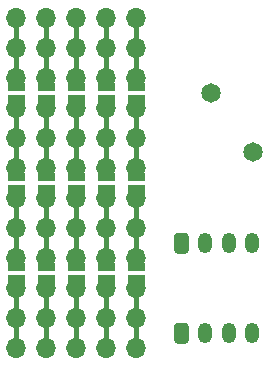
<source format=gbr>
%TF.GenerationSoftware,KiCad,Pcbnew,(5.1.6-0)*%
%TF.CreationDate,2022-05-02T22:38:42-07:00*%
%TF.ProjectId,rio-proto,72696f2d-7072-46f7-946f-2e6b69636164,rev?*%
%TF.SameCoordinates,PX87a6900PY757baf0*%
%TF.FileFunction,Copper,L1,Top*%
%TF.FilePolarity,Positive*%
%FSLAX46Y46*%
G04 Gerber Fmt 4.6, Leading zero omitted, Abs format (unit mm)*
G04 Created by KiCad (PCBNEW (5.1.6-0)) date 2022-05-02 22:38:42*
%MOMM*%
%LPD*%
G01*
G04 APERTURE LIST*
%TA.AperFunction,SMDPad,CuDef*%
%ADD10C,0.100000*%
%TD*%
%TA.AperFunction,ComponentPad*%
%ADD11O,1.200000X1.750000*%
%TD*%
%TA.AperFunction,ComponentPad*%
%ADD12O,1.700000X1.700000*%
%TD*%
%TA.AperFunction,ComponentPad*%
%ADD13C,1.650000*%
%TD*%
%TA.AperFunction,Conductor*%
%ADD14C,0.457200*%
%TD*%
G04 APERTURE END LIST*
%TA.AperFunction,SMDPad,CuDef*%
D10*
%TO.P,REF\u002A\u002A,1*%
%TO.N,N/C*%
G36*
X13450000Y7470000D02*
G01*
X13450000Y6970000D01*
X13449398Y6970000D01*
X13449398Y6945466D01*
X13444588Y6896635D01*
X13435016Y6848510D01*
X13420772Y6801555D01*
X13401995Y6756222D01*
X13378864Y6712949D01*
X13351604Y6672150D01*
X13320476Y6634221D01*
X13285779Y6599524D01*
X13247850Y6568396D01*
X13207051Y6541136D01*
X13163778Y6518005D01*
X13118445Y6499228D01*
X13071490Y6484984D01*
X13023365Y6475412D01*
X12974534Y6470602D01*
X12950000Y6470602D01*
X12950000Y6470000D01*
X12450000Y6470000D01*
X12450000Y6470602D01*
X12425466Y6470602D01*
X12376635Y6475412D01*
X12328510Y6484984D01*
X12281555Y6499228D01*
X12236222Y6518005D01*
X12192949Y6541136D01*
X12152150Y6568396D01*
X12114221Y6599524D01*
X12079524Y6634221D01*
X12048396Y6672150D01*
X12021136Y6712949D01*
X11998005Y6756222D01*
X11979228Y6801555D01*
X11964984Y6848510D01*
X11955412Y6896635D01*
X11950602Y6945466D01*
X11950602Y6970000D01*
X11950000Y6970000D01*
X11950000Y7470000D01*
X13450000Y7470000D01*
G37*
%TD.AperFunction*%
%TA.AperFunction,SMDPad,CuDef*%
%TO.P,REF\u002A\u002A,2*%
G36*
X11950602Y8270000D02*
G01*
X11950602Y8294534D01*
X11955412Y8343365D01*
X11964984Y8391490D01*
X11979228Y8438445D01*
X11998005Y8483778D01*
X12021136Y8527051D01*
X12048396Y8567850D01*
X12079524Y8605779D01*
X12114221Y8640476D01*
X12152150Y8671604D01*
X12192949Y8698864D01*
X12236222Y8721995D01*
X12281555Y8740772D01*
X12328510Y8755016D01*
X12376635Y8764588D01*
X12425466Y8769398D01*
X12450000Y8769398D01*
X12450000Y8770000D01*
X12950000Y8770000D01*
X12950000Y8769398D01*
X12974534Y8769398D01*
X13023365Y8764588D01*
X13071490Y8755016D01*
X13118445Y8740772D01*
X13163778Y8721995D01*
X13207051Y8698864D01*
X13247850Y8671604D01*
X13285779Y8640476D01*
X13320476Y8605779D01*
X13351604Y8567850D01*
X13378864Y8527051D01*
X13401995Y8483778D01*
X13420772Y8438445D01*
X13435016Y8391490D01*
X13444588Y8343365D01*
X13449398Y8294534D01*
X13449398Y8270000D01*
X13450000Y8270000D01*
X13450000Y7770000D01*
X11950000Y7770000D01*
X11950000Y8270000D01*
X11950602Y8270000D01*
G37*
%TD.AperFunction*%
%TD*%
%TA.AperFunction,SMDPad,CuDef*%
%TO.P,REF\u002A\u002A,2*%
%TO.N,N/C*%
G36*
X9410602Y8270000D02*
G01*
X9410602Y8294534D01*
X9415412Y8343365D01*
X9424984Y8391490D01*
X9439228Y8438445D01*
X9458005Y8483778D01*
X9481136Y8527051D01*
X9508396Y8567850D01*
X9539524Y8605779D01*
X9574221Y8640476D01*
X9612150Y8671604D01*
X9652949Y8698864D01*
X9696222Y8721995D01*
X9741555Y8740772D01*
X9788510Y8755016D01*
X9836635Y8764588D01*
X9885466Y8769398D01*
X9910000Y8769398D01*
X9910000Y8770000D01*
X10410000Y8770000D01*
X10410000Y8769398D01*
X10434534Y8769398D01*
X10483365Y8764588D01*
X10531490Y8755016D01*
X10578445Y8740772D01*
X10623778Y8721995D01*
X10667051Y8698864D01*
X10707850Y8671604D01*
X10745779Y8640476D01*
X10780476Y8605779D01*
X10811604Y8567850D01*
X10838864Y8527051D01*
X10861995Y8483778D01*
X10880772Y8438445D01*
X10895016Y8391490D01*
X10904588Y8343365D01*
X10909398Y8294534D01*
X10909398Y8270000D01*
X10910000Y8270000D01*
X10910000Y7770000D01*
X9410000Y7770000D01*
X9410000Y8270000D01*
X9410602Y8270000D01*
G37*
%TD.AperFunction*%
%TA.AperFunction,SMDPad,CuDef*%
%TO.P,REF\u002A\u002A,1*%
G36*
X10910000Y7470000D02*
G01*
X10910000Y6970000D01*
X10909398Y6970000D01*
X10909398Y6945466D01*
X10904588Y6896635D01*
X10895016Y6848510D01*
X10880772Y6801555D01*
X10861995Y6756222D01*
X10838864Y6712949D01*
X10811604Y6672150D01*
X10780476Y6634221D01*
X10745779Y6599524D01*
X10707850Y6568396D01*
X10667051Y6541136D01*
X10623778Y6518005D01*
X10578445Y6499228D01*
X10531490Y6484984D01*
X10483365Y6475412D01*
X10434534Y6470602D01*
X10410000Y6470602D01*
X10410000Y6470000D01*
X9910000Y6470000D01*
X9910000Y6470602D01*
X9885466Y6470602D01*
X9836635Y6475412D01*
X9788510Y6484984D01*
X9741555Y6499228D01*
X9696222Y6518005D01*
X9652949Y6541136D01*
X9612150Y6568396D01*
X9574221Y6599524D01*
X9539524Y6634221D01*
X9508396Y6672150D01*
X9481136Y6712949D01*
X9458005Y6756222D01*
X9439228Y6801555D01*
X9424984Y6848510D01*
X9415412Y6896635D01*
X9410602Y6945466D01*
X9410602Y6970000D01*
X9410000Y6970000D01*
X9410000Y7470000D01*
X10910000Y7470000D01*
G37*
%TD.AperFunction*%
%TD*%
%TA.AperFunction,SMDPad,CuDef*%
%TO.P,REF\u002A\u002A,1*%
%TO.N,N/C*%
G36*
X8370000Y7470000D02*
G01*
X8370000Y6970000D01*
X8369398Y6970000D01*
X8369398Y6945466D01*
X8364588Y6896635D01*
X8355016Y6848510D01*
X8340772Y6801555D01*
X8321995Y6756222D01*
X8298864Y6712949D01*
X8271604Y6672150D01*
X8240476Y6634221D01*
X8205779Y6599524D01*
X8167850Y6568396D01*
X8127051Y6541136D01*
X8083778Y6518005D01*
X8038445Y6499228D01*
X7991490Y6484984D01*
X7943365Y6475412D01*
X7894534Y6470602D01*
X7870000Y6470602D01*
X7870000Y6470000D01*
X7370000Y6470000D01*
X7370000Y6470602D01*
X7345466Y6470602D01*
X7296635Y6475412D01*
X7248510Y6484984D01*
X7201555Y6499228D01*
X7156222Y6518005D01*
X7112949Y6541136D01*
X7072150Y6568396D01*
X7034221Y6599524D01*
X6999524Y6634221D01*
X6968396Y6672150D01*
X6941136Y6712949D01*
X6918005Y6756222D01*
X6899228Y6801555D01*
X6884984Y6848510D01*
X6875412Y6896635D01*
X6870602Y6945466D01*
X6870602Y6970000D01*
X6870000Y6970000D01*
X6870000Y7470000D01*
X8370000Y7470000D01*
G37*
%TD.AperFunction*%
%TA.AperFunction,SMDPad,CuDef*%
%TO.P,REF\u002A\u002A,2*%
G36*
X6870602Y8270000D02*
G01*
X6870602Y8294534D01*
X6875412Y8343365D01*
X6884984Y8391490D01*
X6899228Y8438445D01*
X6918005Y8483778D01*
X6941136Y8527051D01*
X6968396Y8567850D01*
X6999524Y8605779D01*
X7034221Y8640476D01*
X7072150Y8671604D01*
X7112949Y8698864D01*
X7156222Y8721995D01*
X7201555Y8740772D01*
X7248510Y8755016D01*
X7296635Y8764588D01*
X7345466Y8769398D01*
X7370000Y8769398D01*
X7370000Y8770000D01*
X7870000Y8770000D01*
X7870000Y8769398D01*
X7894534Y8769398D01*
X7943365Y8764588D01*
X7991490Y8755016D01*
X8038445Y8740772D01*
X8083778Y8721995D01*
X8127051Y8698864D01*
X8167850Y8671604D01*
X8205779Y8640476D01*
X8240476Y8605779D01*
X8271604Y8567850D01*
X8298864Y8527051D01*
X8321995Y8483778D01*
X8340772Y8438445D01*
X8355016Y8391490D01*
X8364588Y8343365D01*
X8369398Y8294534D01*
X8369398Y8270000D01*
X8370000Y8270000D01*
X8370000Y7770000D01*
X6870000Y7770000D01*
X6870000Y8270000D01*
X6870602Y8270000D01*
G37*
%TD.AperFunction*%
%TD*%
%TA.AperFunction,SMDPad,CuDef*%
%TO.P,REF\u002A\u002A,2*%
%TO.N,N/C*%
G36*
X4330602Y8270000D02*
G01*
X4330602Y8294534D01*
X4335412Y8343365D01*
X4344984Y8391490D01*
X4359228Y8438445D01*
X4378005Y8483778D01*
X4401136Y8527051D01*
X4428396Y8567850D01*
X4459524Y8605779D01*
X4494221Y8640476D01*
X4532150Y8671604D01*
X4572949Y8698864D01*
X4616222Y8721995D01*
X4661555Y8740772D01*
X4708510Y8755016D01*
X4756635Y8764588D01*
X4805466Y8769398D01*
X4830000Y8769398D01*
X4830000Y8770000D01*
X5330000Y8770000D01*
X5330000Y8769398D01*
X5354534Y8769398D01*
X5403365Y8764588D01*
X5451490Y8755016D01*
X5498445Y8740772D01*
X5543778Y8721995D01*
X5587051Y8698864D01*
X5627850Y8671604D01*
X5665779Y8640476D01*
X5700476Y8605779D01*
X5731604Y8567850D01*
X5758864Y8527051D01*
X5781995Y8483778D01*
X5800772Y8438445D01*
X5815016Y8391490D01*
X5824588Y8343365D01*
X5829398Y8294534D01*
X5829398Y8270000D01*
X5830000Y8270000D01*
X5830000Y7770000D01*
X4330000Y7770000D01*
X4330000Y8270000D01*
X4330602Y8270000D01*
G37*
%TD.AperFunction*%
%TA.AperFunction,SMDPad,CuDef*%
%TO.P,REF\u002A\u002A,1*%
G36*
X5830000Y7470000D02*
G01*
X5830000Y6970000D01*
X5829398Y6970000D01*
X5829398Y6945466D01*
X5824588Y6896635D01*
X5815016Y6848510D01*
X5800772Y6801555D01*
X5781995Y6756222D01*
X5758864Y6712949D01*
X5731604Y6672150D01*
X5700476Y6634221D01*
X5665779Y6599524D01*
X5627850Y6568396D01*
X5587051Y6541136D01*
X5543778Y6518005D01*
X5498445Y6499228D01*
X5451490Y6484984D01*
X5403365Y6475412D01*
X5354534Y6470602D01*
X5330000Y6470602D01*
X5330000Y6470000D01*
X4830000Y6470000D01*
X4830000Y6470602D01*
X4805466Y6470602D01*
X4756635Y6475412D01*
X4708510Y6484984D01*
X4661555Y6499228D01*
X4616222Y6518005D01*
X4572949Y6541136D01*
X4532150Y6568396D01*
X4494221Y6599524D01*
X4459524Y6634221D01*
X4428396Y6672150D01*
X4401136Y6712949D01*
X4378005Y6756222D01*
X4359228Y6801555D01*
X4344984Y6848510D01*
X4335412Y6896635D01*
X4330602Y6945466D01*
X4330602Y6970000D01*
X4330000Y6970000D01*
X4330000Y7470000D01*
X5830000Y7470000D01*
G37*
%TD.AperFunction*%
%TD*%
%TA.AperFunction,SMDPad,CuDef*%
%TO.P,REF\u002A\u002A,1*%
%TO.N,N/C*%
G36*
X3290000Y7470000D02*
G01*
X3290000Y6970000D01*
X3289398Y6970000D01*
X3289398Y6945466D01*
X3284588Y6896635D01*
X3275016Y6848510D01*
X3260772Y6801555D01*
X3241995Y6756222D01*
X3218864Y6712949D01*
X3191604Y6672150D01*
X3160476Y6634221D01*
X3125779Y6599524D01*
X3087850Y6568396D01*
X3047051Y6541136D01*
X3003778Y6518005D01*
X2958445Y6499228D01*
X2911490Y6484984D01*
X2863365Y6475412D01*
X2814534Y6470602D01*
X2790000Y6470602D01*
X2790000Y6470000D01*
X2290000Y6470000D01*
X2290000Y6470602D01*
X2265466Y6470602D01*
X2216635Y6475412D01*
X2168510Y6484984D01*
X2121555Y6499228D01*
X2076222Y6518005D01*
X2032949Y6541136D01*
X1992150Y6568396D01*
X1954221Y6599524D01*
X1919524Y6634221D01*
X1888396Y6672150D01*
X1861136Y6712949D01*
X1838005Y6756222D01*
X1819228Y6801555D01*
X1804984Y6848510D01*
X1795412Y6896635D01*
X1790602Y6945466D01*
X1790602Y6970000D01*
X1790000Y6970000D01*
X1790000Y7470000D01*
X3290000Y7470000D01*
G37*
%TD.AperFunction*%
%TA.AperFunction,SMDPad,CuDef*%
%TO.P,REF\u002A\u002A,2*%
G36*
X1790602Y8270000D02*
G01*
X1790602Y8294534D01*
X1795412Y8343365D01*
X1804984Y8391490D01*
X1819228Y8438445D01*
X1838005Y8483778D01*
X1861136Y8527051D01*
X1888396Y8567850D01*
X1919524Y8605779D01*
X1954221Y8640476D01*
X1992150Y8671604D01*
X2032949Y8698864D01*
X2076222Y8721995D01*
X2121555Y8740772D01*
X2168510Y8755016D01*
X2216635Y8764588D01*
X2265466Y8769398D01*
X2290000Y8769398D01*
X2290000Y8770000D01*
X2790000Y8770000D01*
X2790000Y8769398D01*
X2814534Y8769398D01*
X2863365Y8764588D01*
X2911490Y8755016D01*
X2958445Y8740772D01*
X3003778Y8721995D01*
X3047051Y8698864D01*
X3087850Y8671604D01*
X3125779Y8640476D01*
X3160476Y8605779D01*
X3191604Y8567850D01*
X3218864Y8527051D01*
X3241995Y8483778D01*
X3260772Y8438445D01*
X3275016Y8391490D01*
X3284588Y8343365D01*
X3289398Y8294534D01*
X3289398Y8270000D01*
X3290000Y8270000D01*
X3290000Y7770000D01*
X1790000Y7770000D01*
X1790000Y8270000D01*
X1790602Y8270000D01*
G37*
%TD.AperFunction*%
%TD*%
%TA.AperFunction,SMDPad,CuDef*%
%TO.P,REF\u002A\u002A,2*%
%TO.N,N/C*%
G36*
X11950602Y15890000D02*
G01*
X11950602Y15914534D01*
X11955412Y15963365D01*
X11964984Y16011490D01*
X11979228Y16058445D01*
X11998005Y16103778D01*
X12021136Y16147051D01*
X12048396Y16187850D01*
X12079524Y16225779D01*
X12114221Y16260476D01*
X12152150Y16291604D01*
X12192949Y16318864D01*
X12236222Y16341995D01*
X12281555Y16360772D01*
X12328510Y16375016D01*
X12376635Y16384588D01*
X12425466Y16389398D01*
X12450000Y16389398D01*
X12450000Y16390000D01*
X12950000Y16390000D01*
X12950000Y16389398D01*
X12974534Y16389398D01*
X13023365Y16384588D01*
X13071490Y16375016D01*
X13118445Y16360772D01*
X13163778Y16341995D01*
X13207051Y16318864D01*
X13247850Y16291604D01*
X13285779Y16260476D01*
X13320476Y16225779D01*
X13351604Y16187850D01*
X13378864Y16147051D01*
X13401995Y16103778D01*
X13420772Y16058445D01*
X13435016Y16011490D01*
X13444588Y15963365D01*
X13449398Y15914534D01*
X13449398Y15890000D01*
X13450000Y15890000D01*
X13450000Y15390000D01*
X11950000Y15390000D01*
X11950000Y15890000D01*
X11950602Y15890000D01*
G37*
%TD.AperFunction*%
%TA.AperFunction,SMDPad,CuDef*%
%TO.P,REF\u002A\u002A,1*%
G36*
X13450000Y15090000D02*
G01*
X13450000Y14590000D01*
X13449398Y14590000D01*
X13449398Y14565466D01*
X13444588Y14516635D01*
X13435016Y14468510D01*
X13420772Y14421555D01*
X13401995Y14376222D01*
X13378864Y14332949D01*
X13351604Y14292150D01*
X13320476Y14254221D01*
X13285779Y14219524D01*
X13247850Y14188396D01*
X13207051Y14161136D01*
X13163778Y14138005D01*
X13118445Y14119228D01*
X13071490Y14104984D01*
X13023365Y14095412D01*
X12974534Y14090602D01*
X12950000Y14090602D01*
X12950000Y14090000D01*
X12450000Y14090000D01*
X12450000Y14090602D01*
X12425466Y14090602D01*
X12376635Y14095412D01*
X12328510Y14104984D01*
X12281555Y14119228D01*
X12236222Y14138005D01*
X12192949Y14161136D01*
X12152150Y14188396D01*
X12114221Y14219524D01*
X12079524Y14254221D01*
X12048396Y14292150D01*
X12021136Y14332949D01*
X11998005Y14376222D01*
X11979228Y14421555D01*
X11964984Y14468510D01*
X11955412Y14516635D01*
X11950602Y14565466D01*
X11950602Y14590000D01*
X11950000Y14590000D01*
X11950000Y15090000D01*
X13450000Y15090000D01*
G37*
%TD.AperFunction*%
%TD*%
%TA.AperFunction,SMDPad,CuDef*%
%TO.P,REF\u002A\u002A,1*%
%TO.N,N/C*%
G36*
X10910000Y15090000D02*
G01*
X10910000Y14590000D01*
X10909398Y14590000D01*
X10909398Y14565466D01*
X10904588Y14516635D01*
X10895016Y14468510D01*
X10880772Y14421555D01*
X10861995Y14376222D01*
X10838864Y14332949D01*
X10811604Y14292150D01*
X10780476Y14254221D01*
X10745779Y14219524D01*
X10707850Y14188396D01*
X10667051Y14161136D01*
X10623778Y14138005D01*
X10578445Y14119228D01*
X10531490Y14104984D01*
X10483365Y14095412D01*
X10434534Y14090602D01*
X10410000Y14090602D01*
X10410000Y14090000D01*
X9910000Y14090000D01*
X9910000Y14090602D01*
X9885466Y14090602D01*
X9836635Y14095412D01*
X9788510Y14104984D01*
X9741555Y14119228D01*
X9696222Y14138005D01*
X9652949Y14161136D01*
X9612150Y14188396D01*
X9574221Y14219524D01*
X9539524Y14254221D01*
X9508396Y14292150D01*
X9481136Y14332949D01*
X9458005Y14376222D01*
X9439228Y14421555D01*
X9424984Y14468510D01*
X9415412Y14516635D01*
X9410602Y14565466D01*
X9410602Y14590000D01*
X9410000Y14590000D01*
X9410000Y15090000D01*
X10910000Y15090000D01*
G37*
%TD.AperFunction*%
%TA.AperFunction,SMDPad,CuDef*%
%TO.P,REF\u002A\u002A,2*%
G36*
X9410602Y15890000D02*
G01*
X9410602Y15914534D01*
X9415412Y15963365D01*
X9424984Y16011490D01*
X9439228Y16058445D01*
X9458005Y16103778D01*
X9481136Y16147051D01*
X9508396Y16187850D01*
X9539524Y16225779D01*
X9574221Y16260476D01*
X9612150Y16291604D01*
X9652949Y16318864D01*
X9696222Y16341995D01*
X9741555Y16360772D01*
X9788510Y16375016D01*
X9836635Y16384588D01*
X9885466Y16389398D01*
X9910000Y16389398D01*
X9910000Y16390000D01*
X10410000Y16390000D01*
X10410000Y16389398D01*
X10434534Y16389398D01*
X10483365Y16384588D01*
X10531490Y16375016D01*
X10578445Y16360772D01*
X10623778Y16341995D01*
X10667051Y16318864D01*
X10707850Y16291604D01*
X10745779Y16260476D01*
X10780476Y16225779D01*
X10811604Y16187850D01*
X10838864Y16147051D01*
X10861995Y16103778D01*
X10880772Y16058445D01*
X10895016Y16011490D01*
X10904588Y15963365D01*
X10909398Y15914534D01*
X10909398Y15890000D01*
X10910000Y15890000D01*
X10910000Y15390000D01*
X9410000Y15390000D01*
X9410000Y15890000D01*
X9410602Y15890000D01*
G37*
%TD.AperFunction*%
%TD*%
%TA.AperFunction,SMDPad,CuDef*%
%TO.P,REF\u002A\u002A,2*%
%TO.N,N/C*%
G36*
X6870602Y15890000D02*
G01*
X6870602Y15914534D01*
X6875412Y15963365D01*
X6884984Y16011490D01*
X6899228Y16058445D01*
X6918005Y16103778D01*
X6941136Y16147051D01*
X6968396Y16187850D01*
X6999524Y16225779D01*
X7034221Y16260476D01*
X7072150Y16291604D01*
X7112949Y16318864D01*
X7156222Y16341995D01*
X7201555Y16360772D01*
X7248510Y16375016D01*
X7296635Y16384588D01*
X7345466Y16389398D01*
X7370000Y16389398D01*
X7370000Y16390000D01*
X7870000Y16390000D01*
X7870000Y16389398D01*
X7894534Y16389398D01*
X7943365Y16384588D01*
X7991490Y16375016D01*
X8038445Y16360772D01*
X8083778Y16341995D01*
X8127051Y16318864D01*
X8167850Y16291604D01*
X8205779Y16260476D01*
X8240476Y16225779D01*
X8271604Y16187850D01*
X8298864Y16147051D01*
X8321995Y16103778D01*
X8340772Y16058445D01*
X8355016Y16011490D01*
X8364588Y15963365D01*
X8369398Y15914534D01*
X8369398Y15890000D01*
X8370000Y15890000D01*
X8370000Y15390000D01*
X6870000Y15390000D01*
X6870000Y15890000D01*
X6870602Y15890000D01*
G37*
%TD.AperFunction*%
%TA.AperFunction,SMDPad,CuDef*%
%TO.P,REF\u002A\u002A,1*%
G36*
X8370000Y15090000D02*
G01*
X8370000Y14590000D01*
X8369398Y14590000D01*
X8369398Y14565466D01*
X8364588Y14516635D01*
X8355016Y14468510D01*
X8340772Y14421555D01*
X8321995Y14376222D01*
X8298864Y14332949D01*
X8271604Y14292150D01*
X8240476Y14254221D01*
X8205779Y14219524D01*
X8167850Y14188396D01*
X8127051Y14161136D01*
X8083778Y14138005D01*
X8038445Y14119228D01*
X7991490Y14104984D01*
X7943365Y14095412D01*
X7894534Y14090602D01*
X7870000Y14090602D01*
X7870000Y14090000D01*
X7370000Y14090000D01*
X7370000Y14090602D01*
X7345466Y14090602D01*
X7296635Y14095412D01*
X7248510Y14104984D01*
X7201555Y14119228D01*
X7156222Y14138005D01*
X7112949Y14161136D01*
X7072150Y14188396D01*
X7034221Y14219524D01*
X6999524Y14254221D01*
X6968396Y14292150D01*
X6941136Y14332949D01*
X6918005Y14376222D01*
X6899228Y14421555D01*
X6884984Y14468510D01*
X6875412Y14516635D01*
X6870602Y14565466D01*
X6870602Y14590000D01*
X6870000Y14590000D01*
X6870000Y15090000D01*
X8370000Y15090000D01*
G37*
%TD.AperFunction*%
%TD*%
%TA.AperFunction,SMDPad,CuDef*%
%TO.P,REF\u002A\u002A,1*%
%TO.N,N/C*%
G36*
X5830000Y15090000D02*
G01*
X5830000Y14590000D01*
X5829398Y14590000D01*
X5829398Y14565466D01*
X5824588Y14516635D01*
X5815016Y14468510D01*
X5800772Y14421555D01*
X5781995Y14376222D01*
X5758864Y14332949D01*
X5731604Y14292150D01*
X5700476Y14254221D01*
X5665779Y14219524D01*
X5627850Y14188396D01*
X5587051Y14161136D01*
X5543778Y14138005D01*
X5498445Y14119228D01*
X5451490Y14104984D01*
X5403365Y14095412D01*
X5354534Y14090602D01*
X5330000Y14090602D01*
X5330000Y14090000D01*
X4830000Y14090000D01*
X4830000Y14090602D01*
X4805466Y14090602D01*
X4756635Y14095412D01*
X4708510Y14104984D01*
X4661555Y14119228D01*
X4616222Y14138005D01*
X4572949Y14161136D01*
X4532150Y14188396D01*
X4494221Y14219524D01*
X4459524Y14254221D01*
X4428396Y14292150D01*
X4401136Y14332949D01*
X4378005Y14376222D01*
X4359228Y14421555D01*
X4344984Y14468510D01*
X4335412Y14516635D01*
X4330602Y14565466D01*
X4330602Y14590000D01*
X4330000Y14590000D01*
X4330000Y15090000D01*
X5830000Y15090000D01*
G37*
%TD.AperFunction*%
%TA.AperFunction,SMDPad,CuDef*%
%TO.P,REF\u002A\u002A,2*%
G36*
X4330602Y15890000D02*
G01*
X4330602Y15914534D01*
X4335412Y15963365D01*
X4344984Y16011490D01*
X4359228Y16058445D01*
X4378005Y16103778D01*
X4401136Y16147051D01*
X4428396Y16187850D01*
X4459524Y16225779D01*
X4494221Y16260476D01*
X4532150Y16291604D01*
X4572949Y16318864D01*
X4616222Y16341995D01*
X4661555Y16360772D01*
X4708510Y16375016D01*
X4756635Y16384588D01*
X4805466Y16389398D01*
X4830000Y16389398D01*
X4830000Y16390000D01*
X5330000Y16390000D01*
X5330000Y16389398D01*
X5354534Y16389398D01*
X5403365Y16384588D01*
X5451490Y16375016D01*
X5498445Y16360772D01*
X5543778Y16341995D01*
X5587051Y16318864D01*
X5627850Y16291604D01*
X5665779Y16260476D01*
X5700476Y16225779D01*
X5731604Y16187850D01*
X5758864Y16147051D01*
X5781995Y16103778D01*
X5800772Y16058445D01*
X5815016Y16011490D01*
X5824588Y15963365D01*
X5829398Y15914534D01*
X5829398Y15890000D01*
X5830000Y15890000D01*
X5830000Y15390000D01*
X4330000Y15390000D01*
X4330000Y15890000D01*
X4330602Y15890000D01*
G37*
%TD.AperFunction*%
%TD*%
%TA.AperFunction,SMDPad,CuDef*%
%TO.P,REF\u002A\u002A,2*%
%TO.N,N/C*%
G36*
X1790602Y15890000D02*
G01*
X1790602Y15914534D01*
X1795412Y15963365D01*
X1804984Y16011490D01*
X1819228Y16058445D01*
X1838005Y16103778D01*
X1861136Y16147051D01*
X1888396Y16187850D01*
X1919524Y16225779D01*
X1954221Y16260476D01*
X1992150Y16291604D01*
X2032949Y16318864D01*
X2076222Y16341995D01*
X2121555Y16360772D01*
X2168510Y16375016D01*
X2216635Y16384588D01*
X2265466Y16389398D01*
X2290000Y16389398D01*
X2290000Y16390000D01*
X2790000Y16390000D01*
X2790000Y16389398D01*
X2814534Y16389398D01*
X2863365Y16384588D01*
X2911490Y16375016D01*
X2958445Y16360772D01*
X3003778Y16341995D01*
X3047051Y16318864D01*
X3087850Y16291604D01*
X3125779Y16260476D01*
X3160476Y16225779D01*
X3191604Y16187850D01*
X3218864Y16147051D01*
X3241995Y16103778D01*
X3260772Y16058445D01*
X3275016Y16011490D01*
X3284588Y15963365D01*
X3289398Y15914534D01*
X3289398Y15890000D01*
X3290000Y15890000D01*
X3290000Y15390000D01*
X1790000Y15390000D01*
X1790000Y15890000D01*
X1790602Y15890000D01*
G37*
%TD.AperFunction*%
%TA.AperFunction,SMDPad,CuDef*%
%TO.P,REF\u002A\u002A,1*%
G36*
X3290000Y15090000D02*
G01*
X3290000Y14590000D01*
X3289398Y14590000D01*
X3289398Y14565466D01*
X3284588Y14516635D01*
X3275016Y14468510D01*
X3260772Y14421555D01*
X3241995Y14376222D01*
X3218864Y14332949D01*
X3191604Y14292150D01*
X3160476Y14254221D01*
X3125779Y14219524D01*
X3087850Y14188396D01*
X3047051Y14161136D01*
X3003778Y14138005D01*
X2958445Y14119228D01*
X2911490Y14104984D01*
X2863365Y14095412D01*
X2814534Y14090602D01*
X2790000Y14090602D01*
X2790000Y14090000D01*
X2290000Y14090000D01*
X2290000Y14090602D01*
X2265466Y14090602D01*
X2216635Y14095412D01*
X2168510Y14104984D01*
X2121555Y14119228D01*
X2076222Y14138005D01*
X2032949Y14161136D01*
X1992150Y14188396D01*
X1954221Y14219524D01*
X1919524Y14254221D01*
X1888396Y14292150D01*
X1861136Y14332949D01*
X1838005Y14376222D01*
X1819228Y14421555D01*
X1804984Y14468510D01*
X1795412Y14516635D01*
X1790602Y14565466D01*
X1790602Y14590000D01*
X1790000Y14590000D01*
X1790000Y15090000D01*
X3290000Y15090000D01*
G37*
%TD.AperFunction*%
%TD*%
%TA.AperFunction,SMDPad,CuDef*%
%TO.P,REF\u002A\u002A,1*%
%TO.N,N/C*%
G36*
X13450000Y22710000D02*
G01*
X13450000Y22210000D01*
X13449398Y22210000D01*
X13449398Y22185466D01*
X13444588Y22136635D01*
X13435016Y22088510D01*
X13420772Y22041555D01*
X13401995Y21996222D01*
X13378864Y21952949D01*
X13351604Y21912150D01*
X13320476Y21874221D01*
X13285779Y21839524D01*
X13247850Y21808396D01*
X13207051Y21781136D01*
X13163778Y21758005D01*
X13118445Y21739228D01*
X13071490Y21724984D01*
X13023365Y21715412D01*
X12974534Y21710602D01*
X12950000Y21710602D01*
X12950000Y21710000D01*
X12450000Y21710000D01*
X12450000Y21710602D01*
X12425466Y21710602D01*
X12376635Y21715412D01*
X12328510Y21724984D01*
X12281555Y21739228D01*
X12236222Y21758005D01*
X12192949Y21781136D01*
X12152150Y21808396D01*
X12114221Y21839524D01*
X12079524Y21874221D01*
X12048396Y21912150D01*
X12021136Y21952949D01*
X11998005Y21996222D01*
X11979228Y22041555D01*
X11964984Y22088510D01*
X11955412Y22136635D01*
X11950602Y22185466D01*
X11950602Y22210000D01*
X11950000Y22210000D01*
X11950000Y22710000D01*
X13450000Y22710000D01*
G37*
%TD.AperFunction*%
%TA.AperFunction,SMDPad,CuDef*%
%TO.P,REF\u002A\u002A,2*%
G36*
X11950602Y23510000D02*
G01*
X11950602Y23534534D01*
X11955412Y23583365D01*
X11964984Y23631490D01*
X11979228Y23678445D01*
X11998005Y23723778D01*
X12021136Y23767051D01*
X12048396Y23807850D01*
X12079524Y23845779D01*
X12114221Y23880476D01*
X12152150Y23911604D01*
X12192949Y23938864D01*
X12236222Y23961995D01*
X12281555Y23980772D01*
X12328510Y23995016D01*
X12376635Y24004588D01*
X12425466Y24009398D01*
X12450000Y24009398D01*
X12450000Y24010000D01*
X12950000Y24010000D01*
X12950000Y24009398D01*
X12974534Y24009398D01*
X13023365Y24004588D01*
X13071490Y23995016D01*
X13118445Y23980772D01*
X13163778Y23961995D01*
X13207051Y23938864D01*
X13247850Y23911604D01*
X13285779Y23880476D01*
X13320476Y23845779D01*
X13351604Y23807850D01*
X13378864Y23767051D01*
X13401995Y23723778D01*
X13420772Y23678445D01*
X13435016Y23631490D01*
X13444588Y23583365D01*
X13449398Y23534534D01*
X13449398Y23510000D01*
X13450000Y23510000D01*
X13450000Y23010000D01*
X11950000Y23010000D01*
X11950000Y23510000D01*
X11950602Y23510000D01*
G37*
%TD.AperFunction*%
%TD*%
%TA.AperFunction,SMDPad,CuDef*%
%TO.P,REF\u002A\u002A,2*%
%TO.N,N/C*%
G36*
X9410602Y23510000D02*
G01*
X9410602Y23534534D01*
X9415412Y23583365D01*
X9424984Y23631490D01*
X9439228Y23678445D01*
X9458005Y23723778D01*
X9481136Y23767051D01*
X9508396Y23807850D01*
X9539524Y23845779D01*
X9574221Y23880476D01*
X9612150Y23911604D01*
X9652949Y23938864D01*
X9696222Y23961995D01*
X9741555Y23980772D01*
X9788510Y23995016D01*
X9836635Y24004588D01*
X9885466Y24009398D01*
X9910000Y24009398D01*
X9910000Y24010000D01*
X10410000Y24010000D01*
X10410000Y24009398D01*
X10434534Y24009398D01*
X10483365Y24004588D01*
X10531490Y23995016D01*
X10578445Y23980772D01*
X10623778Y23961995D01*
X10667051Y23938864D01*
X10707850Y23911604D01*
X10745779Y23880476D01*
X10780476Y23845779D01*
X10811604Y23807850D01*
X10838864Y23767051D01*
X10861995Y23723778D01*
X10880772Y23678445D01*
X10895016Y23631490D01*
X10904588Y23583365D01*
X10909398Y23534534D01*
X10909398Y23510000D01*
X10910000Y23510000D01*
X10910000Y23010000D01*
X9410000Y23010000D01*
X9410000Y23510000D01*
X9410602Y23510000D01*
G37*
%TD.AperFunction*%
%TA.AperFunction,SMDPad,CuDef*%
%TO.P,REF\u002A\u002A,1*%
G36*
X10910000Y22710000D02*
G01*
X10910000Y22210000D01*
X10909398Y22210000D01*
X10909398Y22185466D01*
X10904588Y22136635D01*
X10895016Y22088510D01*
X10880772Y22041555D01*
X10861995Y21996222D01*
X10838864Y21952949D01*
X10811604Y21912150D01*
X10780476Y21874221D01*
X10745779Y21839524D01*
X10707850Y21808396D01*
X10667051Y21781136D01*
X10623778Y21758005D01*
X10578445Y21739228D01*
X10531490Y21724984D01*
X10483365Y21715412D01*
X10434534Y21710602D01*
X10410000Y21710602D01*
X10410000Y21710000D01*
X9910000Y21710000D01*
X9910000Y21710602D01*
X9885466Y21710602D01*
X9836635Y21715412D01*
X9788510Y21724984D01*
X9741555Y21739228D01*
X9696222Y21758005D01*
X9652949Y21781136D01*
X9612150Y21808396D01*
X9574221Y21839524D01*
X9539524Y21874221D01*
X9508396Y21912150D01*
X9481136Y21952949D01*
X9458005Y21996222D01*
X9439228Y22041555D01*
X9424984Y22088510D01*
X9415412Y22136635D01*
X9410602Y22185466D01*
X9410602Y22210000D01*
X9410000Y22210000D01*
X9410000Y22710000D01*
X10910000Y22710000D01*
G37*
%TD.AperFunction*%
%TD*%
%TA.AperFunction,SMDPad,CuDef*%
%TO.P,REF\u002A\u002A,1*%
%TO.N,N/C*%
G36*
X8370000Y22710000D02*
G01*
X8370000Y22210000D01*
X8369398Y22210000D01*
X8369398Y22185466D01*
X8364588Y22136635D01*
X8355016Y22088510D01*
X8340772Y22041555D01*
X8321995Y21996222D01*
X8298864Y21952949D01*
X8271604Y21912150D01*
X8240476Y21874221D01*
X8205779Y21839524D01*
X8167850Y21808396D01*
X8127051Y21781136D01*
X8083778Y21758005D01*
X8038445Y21739228D01*
X7991490Y21724984D01*
X7943365Y21715412D01*
X7894534Y21710602D01*
X7870000Y21710602D01*
X7870000Y21710000D01*
X7370000Y21710000D01*
X7370000Y21710602D01*
X7345466Y21710602D01*
X7296635Y21715412D01*
X7248510Y21724984D01*
X7201555Y21739228D01*
X7156222Y21758005D01*
X7112949Y21781136D01*
X7072150Y21808396D01*
X7034221Y21839524D01*
X6999524Y21874221D01*
X6968396Y21912150D01*
X6941136Y21952949D01*
X6918005Y21996222D01*
X6899228Y22041555D01*
X6884984Y22088510D01*
X6875412Y22136635D01*
X6870602Y22185466D01*
X6870602Y22210000D01*
X6870000Y22210000D01*
X6870000Y22710000D01*
X8370000Y22710000D01*
G37*
%TD.AperFunction*%
%TA.AperFunction,SMDPad,CuDef*%
%TO.P,REF\u002A\u002A,2*%
G36*
X6870602Y23510000D02*
G01*
X6870602Y23534534D01*
X6875412Y23583365D01*
X6884984Y23631490D01*
X6899228Y23678445D01*
X6918005Y23723778D01*
X6941136Y23767051D01*
X6968396Y23807850D01*
X6999524Y23845779D01*
X7034221Y23880476D01*
X7072150Y23911604D01*
X7112949Y23938864D01*
X7156222Y23961995D01*
X7201555Y23980772D01*
X7248510Y23995016D01*
X7296635Y24004588D01*
X7345466Y24009398D01*
X7370000Y24009398D01*
X7370000Y24010000D01*
X7870000Y24010000D01*
X7870000Y24009398D01*
X7894534Y24009398D01*
X7943365Y24004588D01*
X7991490Y23995016D01*
X8038445Y23980772D01*
X8083778Y23961995D01*
X8127051Y23938864D01*
X8167850Y23911604D01*
X8205779Y23880476D01*
X8240476Y23845779D01*
X8271604Y23807850D01*
X8298864Y23767051D01*
X8321995Y23723778D01*
X8340772Y23678445D01*
X8355016Y23631490D01*
X8364588Y23583365D01*
X8369398Y23534534D01*
X8369398Y23510000D01*
X8370000Y23510000D01*
X8370000Y23010000D01*
X6870000Y23010000D01*
X6870000Y23510000D01*
X6870602Y23510000D01*
G37*
%TD.AperFunction*%
%TD*%
%TA.AperFunction,SMDPad,CuDef*%
%TO.P,REF\u002A\u002A,1*%
%TO.N,N/C*%
G36*
X5830000Y22710000D02*
G01*
X5830000Y22210000D01*
X5829398Y22210000D01*
X5829398Y22185466D01*
X5824588Y22136635D01*
X5815016Y22088510D01*
X5800772Y22041555D01*
X5781995Y21996222D01*
X5758864Y21952949D01*
X5731604Y21912150D01*
X5700476Y21874221D01*
X5665779Y21839524D01*
X5627850Y21808396D01*
X5587051Y21781136D01*
X5543778Y21758005D01*
X5498445Y21739228D01*
X5451490Y21724984D01*
X5403365Y21715412D01*
X5354534Y21710602D01*
X5330000Y21710602D01*
X5330000Y21710000D01*
X4830000Y21710000D01*
X4830000Y21710602D01*
X4805466Y21710602D01*
X4756635Y21715412D01*
X4708510Y21724984D01*
X4661555Y21739228D01*
X4616222Y21758005D01*
X4572949Y21781136D01*
X4532150Y21808396D01*
X4494221Y21839524D01*
X4459524Y21874221D01*
X4428396Y21912150D01*
X4401136Y21952949D01*
X4378005Y21996222D01*
X4359228Y22041555D01*
X4344984Y22088510D01*
X4335412Y22136635D01*
X4330602Y22185466D01*
X4330602Y22210000D01*
X4330000Y22210000D01*
X4330000Y22710000D01*
X5830000Y22710000D01*
G37*
%TD.AperFunction*%
%TA.AperFunction,SMDPad,CuDef*%
%TO.P,REF\u002A\u002A,2*%
G36*
X4330602Y23510000D02*
G01*
X4330602Y23534534D01*
X4335412Y23583365D01*
X4344984Y23631490D01*
X4359228Y23678445D01*
X4378005Y23723778D01*
X4401136Y23767051D01*
X4428396Y23807850D01*
X4459524Y23845779D01*
X4494221Y23880476D01*
X4532150Y23911604D01*
X4572949Y23938864D01*
X4616222Y23961995D01*
X4661555Y23980772D01*
X4708510Y23995016D01*
X4756635Y24004588D01*
X4805466Y24009398D01*
X4830000Y24009398D01*
X4830000Y24010000D01*
X5330000Y24010000D01*
X5330000Y24009398D01*
X5354534Y24009398D01*
X5403365Y24004588D01*
X5451490Y23995016D01*
X5498445Y23980772D01*
X5543778Y23961995D01*
X5587051Y23938864D01*
X5627850Y23911604D01*
X5665779Y23880476D01*
X5700476Y23845779D01*
X5731604Y23807850D01*
X5758864Y23767051D01*
X5781995Y23723778D01*
X5800772Y23678445D01*
X5815016Y23631490D01*
X5824588Y23583365D01*
X5829398Y23534534D01*
X5829398Y23510000D01*
X5830000Y23510000D01*
X5830000Y23010000D01*
X4330000Y23010000D01*
X4330000Y23510000D01*
X4330602Y23510000D01*
G37*
%TD.AperFunction*%
%TD*%
%TA.AperFunction,SMDPad,CuDef*%
%TO.P,REF\u002A\u002A,2*%
%TO.N,N/C*%
G36*
X1790602Y23510000D02*
G01*
X1790602Y23534534D01*
X1795412Y23583365D01*
X1804984Y23631490D01*
X1819228Y23678445D01*
X1838005Y23723778D01*
X1861136Y23767051D01*
X1888396Y23807850D01*
X1919524Y23845779D01*
X1954221Y23880476D01*
X1992150Y23911604D01*
X2032949Y23938864D01*
X2076222Y23961995D01*
X2121555Y23980772D01*
X2168510Y23995016D01*
X2216635Y24004588D01*
X2265466Y24009398D01*
X2290000Y24009398D01*
X2290000Y24010000D01*
X2790000Y24010000D01*
X2790000Y24009398D01*
X2814534Y24009398D01*
X2863365Y24004588D01*
X2911490Y23995016D01*
X2958445Y23980772D01*
X3003778Y23961995D01*
X3047051Y23938864D01*
X3087850Y23911604D01*
X3125779Y23880476D01*
X3160476Y23845779D01*
X3191604Y23807850D01*
X3218864Y23767051D01*
X3241995Y23723778D01*
X3260772Y23678445D01*
X3275016Y23631490D01*
X3284588Y23583365D01*
X3289398Y23534534D01*
X3289398Y23510000D01*
X3290000Y23510000D01*
X3290000Y23010000D01*
X1790000Y23010000D01*
X1790000Y23510000D01*
X1790602Y23510000D01*
G37*
%TD.AperFunction*%
%TA.AperFunction,SMDPad,CuDef*%
%TO.P,REF\u002A\u002A,1*%
G36*
X3290000Y22710000D02*
G01*
X3290000Y22210000D01*
X3289398Y22210000D01*
X3289398Y22185466D01*
X3284588Y22136635D01*
X3275016Y22088510D01*
X3260772Y22041555D01*
X3241995Y21996222D01*
X3218864Y21952949D01*
X3191604Y21912150D01*
X3160476Y21874221D01*
X3125779Y21839524D01*
X3087850Y21808396D01*
X3047051Y21781136D01*
X3003778Y21758005D01*
X2958445Y21739228D01*
X2911490Y21724984D01*
X2863365Y21715412D01*
X2814534Y21710602D01*
X2790000Y21710602D01*
X2790000Y21710000D01*
X2290000Y21710000D01*
X2290000Y21710602D01*
X2265466Y21710602D01*
X2216635Y21715412D01*
X2168510Y21724984D01*
X2121555Y21739228D01*
X2076222Y21758005D01*
X2032949Y21781136D01*
X1992150Y21808396D01*
X1954221Y21839524D01*
X1919524Y21874221D01*
X1888396Y21912150D01*
X1861136Y21952949D01*
X1838005Y21996222D01*
X1819228Y22041555D01*
X1804984Y22088510D01*
X1795412Y22136635D01*
X1790602Y22185466D01*
X1790602Y22210000D01*
X1790000Y22210000D01*
X1790000Y22710000D01*
X3290000Y22710000D01*
G37*
%TD.AperFunction*%
%TD*%
%TO.P,REF\u002A\u002A,1*%
%TO.N,N/C*%
%TA.AperFunction,ComponentPad*%
G36*
G01*
X15910000Y9534999D02*
X15910000Y10785001D01*
G75*
G02*
X16159999Y11035000I249999J0D01*
G01*
X16860001Y11035000D01*
G75*
G02*
X17110000Y10785001I0J-249999D01*
G01*
X17110000Y9534999D01*
G75*
G02*
X16860001Y9285000I-249999J0D01*
G01*
X16159999Y9285000D01*
G75*
G02*
X15910000Y9534999I0J249999D01*
G01*
G37*
%TD.AperFunction*%
D11*
%TO.P,REF\u002A\u002A,2*%
X18510000Y10160000D03*
%TO.P,REF\u002A\u002A,3*%
X20510000Y10160000D03*
%TO.P,REF\u002A\u002A,4*%
X22510000Y10160000D03*
%TD*%
%TO.P,REF\u002A\u002A,4*%
%TO.N,N/C*%
X22510000Y2540000D03*
%TO.P,REF\u002A\u002A,3*%
X20510000Y2540000D03*
%TO.P,REF\u002A\u002A,2*%
X18510000Y2540000D03*
%TO.P,REF\u002A\u002A,1*%
%TA.AperFunction,ComponentPad*%
G36*
G01*
X15910000Y1914999D02*
X15910000Y3165001D01*
G75*
G02*
X16159999Y3415000I249999J0D01*
G01*
X16860001Y3415000D01*
G75*
G02*
X17110000Y3165001I0J-249999D01*
G01*
X17110000Y1914999D01*
G75*
G02*
X16860001Y1665000I-249999J0D01*
G01*
X16159999Y1665000D01*
G75*
G02*
X15910000Y1914999I0J249999D01*
G01*
G37*
%TD.AperFunction*%
%TD*%
D12*
%TO.P,REF\u002A\u002A,1*%
%TO.N,N/C*%
X2540000Y24130000D03*
%TO.P,REF\u002A\u002A,2*%
X5080000Y24130000D03*
%TO.P,REF\u002A\u002A,3*%
X7620000Y24130000D03*
%TO.P,REF\u002A\u002A,4*%
X10160000Y24130000D03*
%TO.P,REF\u002A\u002A,5*%
X12700000Y24130000D03*
%TD*%
%TO.P,0,5*%
%TO.N,N/C*%
X12700000Y26670000D03*
%TO.P,0,4*%
X10160000Y26670000D03*
%TO.P,0,3*%
X7620000Y26670000D03*
%TO.P,0,2*%
X5080000Y26670000D03*
%TO.P,0,1*%
X2540000Y26670000D03*
%TD*%
%TO.P,REF\u002A\u002A,1*%
%TO.N,N/C*%
X2540000Y29210000D03*
%TO.P,REF\u002A\u002A,2*%
X5080000Y29210000D03*
%TO.P,REF\u002A\u002A,3*%
X7620000Y29210000D03*
%TO.P,REF\u002A\u002A,4*%
X10160000Y29210000D03*
%TO.P,REF\u002A\u002A,5*%
X12700000Y29210000D03*
%TD*%
%TO.P,REF\u002A\u002A,5*%
%TO.N,N/C*%
X12700000Y21590000D03*
%TO.P,REF\u002A\u002A,4*%
X10160000Y21590000D03*
%TO.P,REF\u002A\u002A,3*%
X7620000Y21590000D03*
%TO.P,REF\u002A\u002A,2*%
X5080000Y21590000D03*
%TO.P,REF\u002A\u002A,1*%
X2540000Y21590000D03*
%TD*%
%TO.P,1,1*%
%TO.N,N/C*%
X2540000Y19050000D03*
%TO.P,1,2*%
X5080000Y19050000D03*
%TO.P,1,3*%
X7620000Y19050000D03*
%TO.P,1,4*%
X10160000Y19050000D03*
%TO.P,1,5*%
X12700000Y19050000D03*
%TD*%
%TO.P,REF\u002A\u002A,5*%
%TO.N,N/C*%
X12700000Y16510000D03*
%TO.P,REF\u002A\u002A,4*%
X10160000Y16510000D03*
%TO.P,REF\u002A\u002A,3*%
X7620000Y16510000D03*
%TO.P,REF\u002A\u002A,2*%
X5080000Y16510000D03*
%TO.P,REF\u002A\u002A,1*%
X2540000Y16510000D03*
%TD*%
%TO.P,REF\u002A\u002A,1*%
%TO.N,N/C*%
X2540000Y13970000D03*
%TO.P,REF\u002A\u002A,2*%
X5080000Y13970000D03*
%TO.P,REF\u002A\u002A,3*%
X7620000Y13970000D03*
%TO.P,REF\u002A\u002A,4*%
X10160000Y13970000D03*
%TO.P,REF\u002A\u002A,5*%
X12700000Y13970000D03*
%TD*%
%TO.P,REF\u002A\u002A,1*%
%TO.N,N/C*%
X2540000Y8890000D03*
%TO.P,REF\u002A\u002A,2*%
X5080000Y8890000D03*
%TO.P,REF\u002A\u002A,3*%
X7620000Y8890000D03*
%TO.P,REF\u002A\u002A,4*%
X10160000Y8890000D03*
%TO.P,REF\u002A\u002A,5*%
X12700000Y8890000D03*
%TD*%
%TO.P,2,5*%
%TO.N,N/C*%
X12700000Y11430000D03*
%TO.P,2,4*%
X10160000Y11430000D03*
%TO.P,2,3*%
X7620000Y11430000D03*
%TO.P,2,2*%
X5080000Y11430000D03*
%TO.P,2,1*%
X2540000Y11430000D03*
%TD*%
%TO.P,REF\u002A\u002A,5*%
%TO.N,N/C*%
X12700000Y6350000D03*
%TO.P,REF\u002A\u002A,4*%
X10160000Y6350000D03*
%TO.P,REF\u002A\u002A,3*%
X7620000Y6350000D03*
%TO.P,REF\u002A\u002A,2*%
X5080000Y6350000D03*
%TO.P,REF\u002A\u002A,1*%
X2540000Y6350000D03*
%TD*%
%TO.P,3,1*%
%TO.N,N/C*%
X2540000Y3810000D03*
%TO.P,3,2*%
X5080000Y3810000D03*
%TO.P,3,3*%
X7620000Y3810000D03*
%TO.P,3,4*%
X10160000Y3810000D03*
%TO.P,3,5*%
X12700000Y3810000D03*
%TD*%
%TO.P,REF\u002A\u002A,5*%
%TO.N,N/C*%
X12700000Y1270000D03*
%TO.P,REF\u002A\u002A,4*%
X10160000Y1270000D03*
%TO.P,REF\u002A\u002A,3*%
X7620000Y1270000D03*
%TO.P,REF\u002A\u002A,2*%
X5080000Y1270000D03*
%TO.P,REF\u002A\u002A,1*%
X2540000Y1270000D03*
%TD*%
D13*
%TO.P,J1,1*%
%TO.N,GND*%
X19050000Y22860000D03*
%TO.P,J1,2*%
%TO.N,/12V_CONN*%
X22550000Y17860000D03*
%TD*%
D14*
%TO.N,*%
X2540000Y29210000D02*
X2540000Y26670000D01*
X2540000Y26670000D02*
X2540000Y24130000D01*
X5080000Y29210000D02*
X5080000Y26670000D01*
X5080000Y26670000D02*
X5080000Y24130000D01*
X7620000Y29210000D02*
X7620000Y26670000D01*
X7620000Y26670000D02*
X7620000Y24130000D01*
X10160000Y29210000D02*
X10160000Y26670000D01*
X10160000Y26670000D02*
X10160000Y24130000D01*
X12700000Y29210000D02*
X12700000Y26670000D01*
X12700000Y26670000D02*
X12700000Y24130000D01*
X2540000Y21590000D02*
X2540000Y19050000D01*
X2540000Y19050000D02*
X2540000Y16510000D01*
X5080000Y21590000D02*
X5080000Y19050000D01*
X5080000Y19050000D02*
X5080000Y16510000D01*
X7620000Y21590000D02*
X7620000Y19050000D01*
X7620000Y19050000D02*
X7620000Y16510000D01*
X10160000Y21590000D02*
X10160000Y19050000D01*
X10160000Y19050000D02*
X10160000Y16510000D01*
X12700000Y21590000D02*
X12700000Y19050000D01*
X12700000Y19050000D02*
X12700000Y16510000D01*
X2540000Y13970000D02*
X2540000Y11430000D01*
X2540000Y11430000D02*
X2540000Y8890000D01*
X5080000Y13970000D02*
X5080000Y11430000D01*
X5080000Y11430000D02*
X5080000Y8890000D01*
X7620000Y13970000D02*
X7620000Y11430000D01*
X7620000Y11430000D02*
X7620000Y8890000D01*
X10160000Y13970000D02*
X10160000Y11430000D01*
X10160000Y8890000D02*
X10160000Y11430000D01*
X12700000Y8890000D02*
X12700000Y11430000D01*
X12700000Y13970000D02*
X12700000Y11430000D01*
X2540000Y6350000D02*
X2540000Y3810000D01*
X2540000Y3810000D02*
X2540000Y1270000D01*
X5080000Y6350000D02*
X5080000Y3810000D01*
X5080000Y3810000D02*
X5080000Y1270000D01*
X7620000Y6350000D02*
X7620000Y3810000D01*
X7620000Y1270000D02*
X7620000Y3810000D01*
X10160000Y6350000D02*
X10160000Y3810000D01*
X10160000Y1270000D02*
X10160000Y3810000D01*
X12700000Y6350000D02*
X12700000Y3810000D01*
X12700000Y3810000D02*
X12700000Y1270000D01*
%TD*%
M02*

</source>
